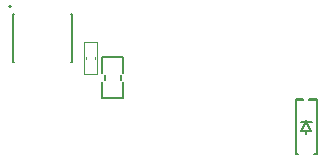
<source format=gbo>
G04*
G04 #@! TF.GenerationSoftware,Altium Limited,Altium Designer,21.3.2 (30)*
G04*
G04 Layer_Color=32896*
%FSTAX24Y24*%
%MOIN*%
G70*
G04*
G04 #@! TF.SameCoordinates,587B8423-3D13-4A71-8966-67BAEF8921A1*
G04*
G04*
G04 #@! TF.FilePolarity,Positive*
G04*
G01*
G75*
%ADD15C,0.0079*%
%ADD17C,0.0050*%
%ADD18C,0.0040*%
%ADD97C,0.0070*%
%ADD98C,0.0059*%
D15*
X033661Y037924D02*
G03*
X033661Y037924I-000039J0D01*
G01*
X0374Y035711D02*
Y03624D01*
Y03486D02*
Y035406D01*
X0367Y03486D02*
Y035406D01*
Y035711D02*
Y03624D01*
Y03486D02*
X0374D01*
X0367Y03624D02*
X0374D01*
X0435Y033664D02*
Y033782D01*
Y034057D02*
Y034136D01*
X043303Y033782D02*
X043657D01*
X043303D02*
X0435Y034057D01*
X043657Y033782D01*
X043303Y034057D02*
X043697D01*
D17*
X035645Y036087D02*
X035684D01*
X035645Y037662D02*
X035684D01*
Y036087D02*
Y037662D01*
X033716D02*
X033755D01*
X033716Y036087D02*
X033755D01*
X033716D02*
Y037662D01*
D18*
X03607Y03673D02*
X03653D01*
Y03566D02*
Y03673D01*
X03607Y03566D02*
X03653D01*
X03607D02*
Y03673D01*
X03614Y03616D02*
Y03624D01*
X03646Y03616D02*
Y03624D01*
D97*
X037319Y035462D02*
Y035642D01*
X036779Y035462D02*
Y035642D01*
D98*
X043766Y032994D02*
X043861D01*
Y0348D01*
Y03485D01*
X0436D02*
X043861D01*
X0436Y0348D02*
Y03485D01*
Y0348D02*
X043861D01*
X043139D02*
X0434D01*
Y03485D01*
X043139D02*
X0434D01*
X043139Y0348D02*
Y03485D01*
Y032994D02*
Y0348D01*
Y032994D02*
X043234D01*
M02*

</source>
